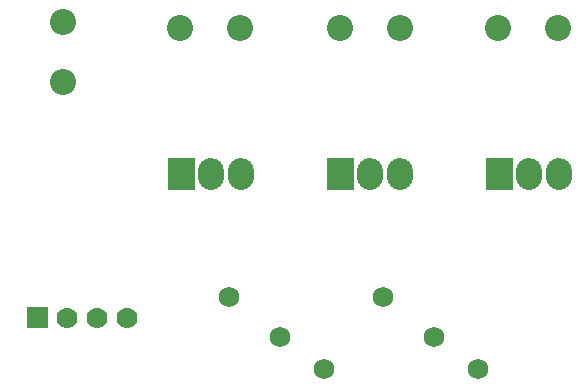
<source format=gbs>
G04 Layer: BottomSolderMaskLayer*
G04 EasyEDA v6.4.20.6, 2021-07-12T14:55:30+02:00*
G04 d0fccb6582e04fcdb478b3de06c523d3,74a9197d99fe486e8768ab895f0c19fe,10*
G04 Gerber Generator version 0.2*
G04 Scale: 100 percent, Rotated: No, Reflected: No *
G04 Dimensions in millimeters *
G04 leading zeros omitted , absolute positions ,4 integer and 5 decimal *
%FSLAX45Y45*%
%MOMM*%

%ADD22C,2.2032*%
%ADD24C,1.7272*%
%ADD26C,1.7780*%

%LPD*%
D22*
X2895600Y-11138301D02*
G01*
X2895600Y-11188301D01*
X2641600Y-11138301D02*
G01*
X2641600Y-11188301D01*
X4241800Y-11138301D02*
G01*
X4241800Y-11188301D01*
X3987800Y-11138301D02*
G01*
X3987800Y-11188301D01*
X5588000Y-11138301D02*
G01*
X5588000Y-11188301D01*
X5334000Y-11138301D02*
G01*
X5334000Y-11188301D01*
G36*
X2277363Y-11298428D02*
G01*
X2277363Y-11028171D01*
X2497836Y-11028171D01*
X2497836Y-11298428D01*
G37*
G36*
X3623563Y-11298428D02*
G01*
X3623563Y-11028171D01*
X3844036Y-11028171D01*
X3844036Y-11298428D01*
G37*
G36*
X4969763Y-11298428D02*
G01*
X4969763Y-11028171D01*
X5190236Y-11028171D01*
X5190236Y-11298428D01*
G37*
D24*
G01*
X2794000Y-12204700D03*
G01*
X4093997Y-12204700D03*
G01*
X3225800Y-12547600D03*
G01*
X4525797Y-12547600D03*
G01*
X3594100Y-12814300D03*
G01*
X4894097Y-12814300D03*
D22*
G01*
X1384300Y-9880600D03*
G01*
X1384300Y-10388600D03*
G01*
X5575300Y-9931400D03*
G01*
X5067300Y-9931400D03*
G01*
X4241800Y-9931400D03*
G01*
X3733800Y-9931400D03*
G01*
X2882900Y-9931400D03*
G01*
X2374900Y-9931400D03*
G36*
X1079500Y-12471400D02*
G01*
X1079500Y-12293600D01*
X1257300Y-12293600D01*
X1257300Y-12471400D01*
G37*
D26*
G01*
X1422400Y-12382500D03*
G01*
X1676400Y-12382500D03*
G01*
X1930400Y-12382500D03*
M02*

</source>
